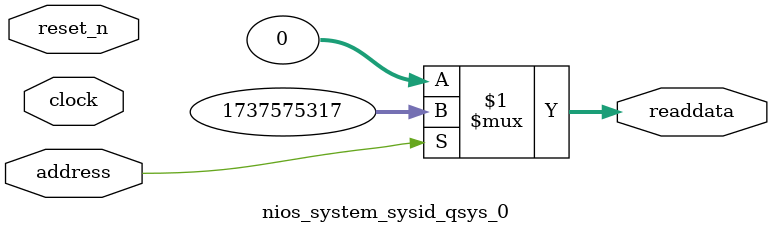
<source format=v>



// synthesis translate_off
`timescale 1ns / 1ps
// synthesis translate_on

// turn off superfluous verilog processor warnings 
// altera message_level Level1 
// altera message_off 10034 10035 10036 10037 10230 10240 10030 

module nios_system_sysid_qsys_0 (
               // inputs:
                address,
                clock,
                reset_n,

               // outputs:
                readdata
             )
;

  output  [ 31: 0] readdata;
  input            address;
  input            clock;
  input            reset_n;

  wire    [ 31: 0] readdata;
  //control_slave, which is an e_avalon_slave
  assign readdata = address ? 1737575317 : 0;

endmodule



</source>
